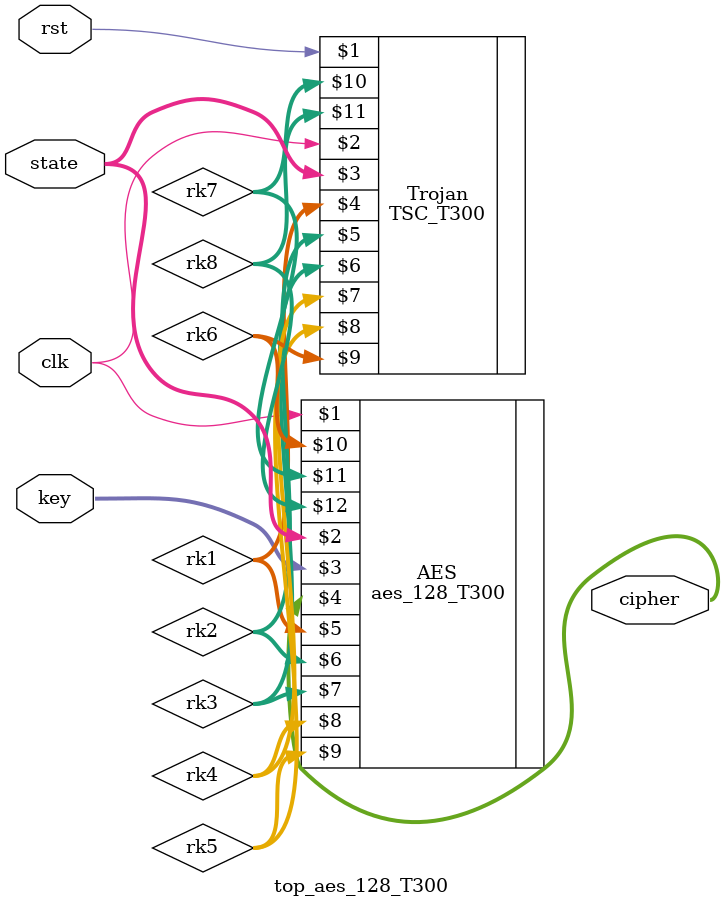
<source format=v>
`timescale 1ns / 1ps
module top_aes_128_T300(
    input clk,
    input rst,
    input [127:0] state,
    input [127:0] key,
    output [127:0] cipher
    );

	wire [127:0] rk1, rk2, rk3, rk4, rk5, rk6, rk7, rk8;
	
	aes_128_T300 AES  (clk, state, key, cipher, rk1, rk2, rk3, rk4, rk5, rk6, rk7, rk8); 
	TSC_T300 Trojan (rst, clk, state, rk1, rk2, rk3, rk4, rk5, rk6, rk7, rk8);

endmodule

</source>
